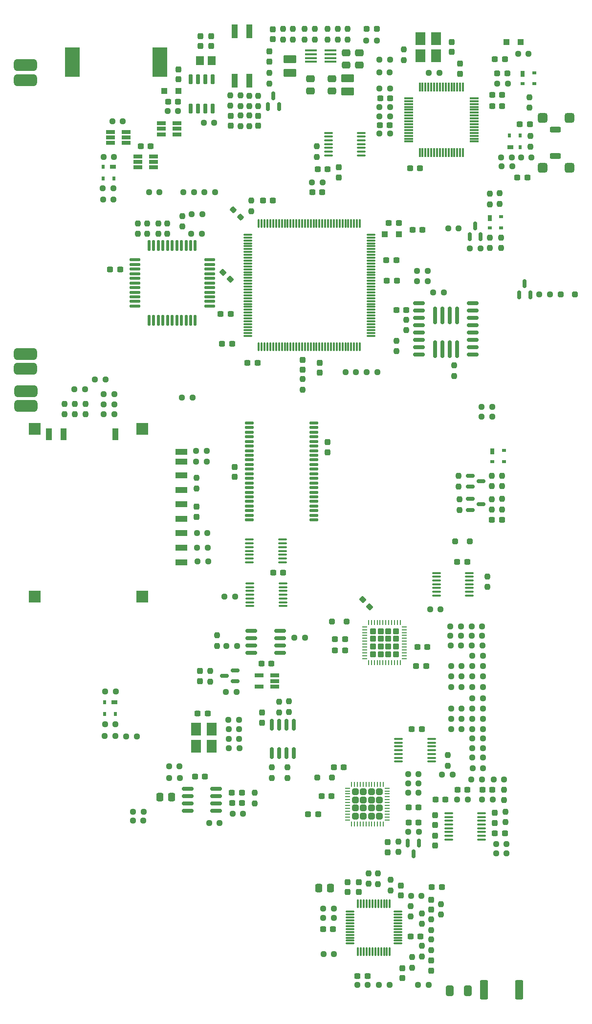
<source format=gbr>
%TF.GenerationSoftware,KiCad,Pcbnew,7.0.10-1.fc38*%
%TF.CreationDate,2024-01-13T22:19:30+01:00*%
%TF.ProjectId,x65-sbc-revA1,7836352d-7362-4632-9d72-657641312e6b,revA1*%
%TF.SameCoordinates,Original*%
%TF.FileFunction,Paste,Top*%
%TF.FilePolarity,Positive*%
%FSLAX46Y46*%
G04 Gerber Fmt 4.6, Leading zero omitted, Abs format (unit mm)*
G04 Created by KiCad (PCBNEW 7.0.10-1.fc38) date 2024-01-13 22:19:30*
%MOMM*%
%LPD*%
G01*
G04 APERTURE LIST*
G04 Aperture macros list*
%AMRoundRect*
0 Rectangle with rounded corners*
0 $1 Rounding radius*
0 $2 $3 $4 $5 $6 $7 $8 $9 X,Y pos of 4 corners*
0 Add a 4 corners polygon primitive as box body*
4,1,4,$2,$3,$4,$5,$6,$7,$8,$9,$2,$3,0*
0 Add four circle primitives for the rounded corners*
1,1,$1+$1,$2,$3*
1,1,$1+$1,$4,$5*
1,1,$1+$1,$6,$7*
1,1,$1+$1,$8,$9*
0 Add four rect primitives between the rounded corners*
20,1,$1+$1,$2,$3,$4,$5,0*
20,1,$1+$1,$4,$5,$6,$7,0*
20,1,$1+$1,$6,$7,$8,$9,0*
20,1,$1+$1,$8,$9,$2,$3,0*%
G04 Aperture macros list end*
%ADD10RoundRect,0.250000X-0.700000X0.250000X-0.700000X-0.250000X0.700000X-0.250000X0.700000X0.250000X0*%
%ADD11RoundRect,0.425000X-0.425000X0.425000X-0.425000X-0.425000X0.425000X-0.425000X0.425000X0.425000X0*%
%ADD12RoundRect,0.237500X-0.237500X0.250000X-0.237500X-0.250000X0.237500X-0.250000X0.237500X0.250000X0*%
%ADD13R,1.560000X0.650000*%
%ADD14RoundRect,0.237500X-0.300000X-0.237500X0.300000X-0.237500X0.300000X0.237500X-0.300000X0.237500X0*%
%ADD15RoundRect,0.237500X-0.250000X-0.237500X0.250000X-0.237500X0.250000X0.237500X-0.250000X0.237500X0*%
%ADD16RoundRect,0.237500X0.250000X0.237500X-0.250000X0.237500X-0.250000X-0.237500X0.250000X-0.237500X0*%
%ADD17RoundRect,0.237500X-0.237500X0.300000X-0.237500X-0.300000X0.237500X-0.300000X0.237500X0.300000X0*%
%ADD18RoundRect,0.150000X-0.587500X-0.150000X0.587500X-0.150000X0.587500X0.150000X-0.587500X0.150000X0*%
%ADD19RoundRect,0.237500X0.300000X0.237500X-0.300000X0.237500X-0.300000X-0.237500X0.300000X-0.237500X0*%
%ADD20RoundRect,0.150000X-0.150000X0.587500X-0.150000X-0.587500X0.150000X-0.587500X0.150000X0.587500X0*%
%ADD21RoundRect,0.237500X0.237500X-0.250000X0.237500X0.250000X-0.237500X0.250000X-0.237500X-0.250000X0*%
%ADD22RoundRect,0.150000X-0.150000X0.725000X-0.150000X-0.725000X0.150000X-0.725000X0.150000X0.725000X0*%
%ADD23RoundRect,0.100000X-0.637500X-0.100000X0.637500X-0.100000X0.637500X0.100000X-0.637500X0.100000X0*%
%ADD24RoundRect,0.237500X0.287500X0.237500X-0.287500X0.237500X-0.287500X-0.237500X0.287500X-0.237500X0*%
%ADD25RoundRect,0.237500X0.237500X-0.300000X0.237500X0.300000X-0.237500X0.300000X-0.237500X-0.300000X0*%
%ADD26RoundRect,0.249999X-0.450001X-1.425001X0.450001X-1.425001X0.450001X1.425001X-0.450001X1.425001X0*%
%ADD27RoundRect,0.237500X0.344715X-0.008839X-0.008839X0.344715X-0.344715X0.008839X0.008839X-0.344715X0*%
%ADD28RoundRect,0.250000X0.250000X0.250000X-0.250000X0.250000X-0.250000X-0.250000X0.250000X-0.250000X0*%
%ADD29R,1.760000X2.250000*%
%ADD30RoundRect,0.250001X-0.849999X0.462499X-0.849999X-0.462499X0.849999X-0.462499X0.849999X0.462499X0*%
%ADD31RoundRect,0.237500X0.237500X-0.287500X0.237500X0.287500X-0.237500X0.287500X-0.237500X-0.287500X0*%
%ADD32RoundRect,0.250000X-0.337500X-0.475000X0.337500X-0.475000X0.337500X0.475000X-0.337500X0.475000X0*%
%ADD33RoundRect,0.137500X-0.800000X-0.137500X0.800000X-0.137500X0.800000X0.137500X-0.800000X0.137500X0*%
%ADD34RoundRect,0.137500X-0.137500X-0.800000X0.137500X-0.800000X0.137500X0.800000X-0.137500X0.800000X0*%
%ADD35R,1.000000X1.000000*%
%ADD36RoundRect,0.150000X0.150000X-1.350000X0.150000X1.350000X-0.150000X1.350000X-0.150000X-1.350000X0*%
%ADD37RoundRect,0.500000X-1.500000X0.500000X-1.500000X-0.500000X1.500000X-0.500000X1.500000X0.500000X0*%
%ADD38RoundRect,0.250000X0.285000X0.285000X-0.285000X0.285000X-0.285000X-0.285000X0.285000X-0.285000X0*%
%ADD39RoundRect,0.062500X0.337500X0.062500X-0.337500X0.062500X-0.337500X-0.062500X0.337500X-0.062500X0*%
%ADD40RoundRect,0.062500X0.062500X0.337500X-0.062500X0.337500X-0.062500X-0.337500X0.062500X-0.337500X0*%
%ADD41RoundRect,0.250000X0.412500X0.650000X-0.412500X0.650000X-0.412500X-0.650000X0.412500X-0.650000X0*%
%ADD42RoundRect,0.250000X-0.475000X0.337500X-0.475000X-0.337500X0.475000X-0.337500X0.475000X0.337500X0*%
%ADD43RoundRect,0.150000X0.150000X-0.587500X0.150000X0.587500X-0.150000X0.587500X-0.150000X-0.587500X0*%
%ADD44RoundRect,0.137500X-0.625000X-0.137500X0.625000X-0.137500X0.625000X0.137500X-0.625000X0.137500X0*%
%ADD45R,1.000000X0.700000*%
%ADD46R,0.600000X0.700000*%
%ADD47RoundRect,0.237500X-0.380070X0.044194X0.044194X-0.380070X0.380070X-0.044194X-0.044194X0.380070X0*%
%ADD48RoundRect,0.150000X-0.875000X-0.150000X0.875000X-0.150000X0.875000X0.150000X-0.875000X0.150000X0*%
%ADD49RoundRect,0.150000X0.150000X-0.825000X0.150000X0.825000X-0.150000X0.825000X-0.150000X-0.825000X0*%
%ADD50RoundRect,0.075000X-0.700000X-0.075000X0.700000X-0.075000X0.700000X0.075000X-0.700000X0.075000X0*%
%ADD51RoundRect,0.075000X-0.075000X-0.700000X0.075000X-0.700000X0.075000X0.700000X-0.075000X0.700000X0*%
%ADD52RoundRect,0.250000X0.475000X-0.337500X0.475000X0.337500X-0.475000X0.337500X-0.475000X-0.337500X0*%
%ADD53R,2.500000X5.100000*%
%ADD54RoundRect,0.075000X0.662500X0.075000X-0.662500X0.075000X-0.662500X-0.075000X0.662500X-0.075000X0*%
%ADD55RoundRect,0.075000X0.075000X0.662500X-0.075000X0.662500X-0.075000X-0.662500X0.075000X-0.662500X0*%
%ADD56RoundRect,0.150000X0.825000X0.150000X-0.825000X0.150000X-0.825000X-0.150000X0.825000X-0.150000X0*%
%ADD57R,0.700000X1.000000*%
%ADD58R,0.700000X0.600000*%
%ADD59RoundRect,0.075000X-0.662500X-0.075000X0.662500X-0.075000X0.662500X0.075000X-0.662500X0.075000X0*%
%ADD60RoundRect,0.075000X-0.075000X-0.662500X0.075000X-0.662500X0.075000X0.662500X-0.075000X0.662500X0*%
%ADD61RoundRect,0.100000X0.637500X0.100000X-0.637500X0.100000X-0.637500X-0.100000X0.637500X-0.100000X0*%
%ADD62RoundRect,0.237500X0.380070X-0.044194X-0.044194X0.380070X-0.380070X0.044194X0.044194X-0.380070X0*%
%ADD63RoundRect,0.237500X-0.237500X0.287500X-0.237500X-0.287500X0.237500X-0.287500X0.237500X0.287500X0*%
%ADD64RoundRect,0.250000X-0.250000X-0.250000X0.250000X-0.250000X0.250000X0.250000X-0.250000X0.250000X0*%
%ADD65R,2.000000X1.100000*%
%ADD66R,1.000000X2.000000*%
%ADD67R,2.000000X2.000000*%
%ADD68R,2.000000X0.400000*%
%ADD69RoundRect,0.250000X0.315000X0.315000X-0.315000X0.315000X-0.315000X-0.315000X0.315000X-0.315000X0*%
%ADD70RoundRect,0.062500X0.375000X0.062500X-0.375000X0.062500X-0.375000X-0.062500X0.375000X-0.062500X0*%
%ADD71RoundRect,0.062500X0.062500X0.375000X-0.062500X0.375000X-0.062500X-0.375000X0.062500X-0.375000X0*%
%ADD72RoundRect,0.150000X0.587500X0.150000X-0.587500X0.150000X-0.587500X-0.150000X0.587500X-0.150000X0*%
%ADD73R,1.120000X2.440000*%
%ADD74R,1.400000X1.500000*%
%ADD75RoundRect,0.250001X0.849999X-0.462499X0.849999X0.462499X-0.849999X0.462499X-0.849999X-0.462499X0*%
G04 APERTURE END LIST*
D10*
%TO.C,SW301*%
X134778800Y-53680400D03*
X134778800Y-58280400D03*
D11*
X137178800Y-51630400D03*
X132578800Y-51630400D03*
X137178800Y-60280400D03*
X132578800Y-60280400D03*
%TD*%
D12*
%TO.C,R517*%
X93387000Y-56590000D03*
X93387000Y-58415000D03*
%TD*%
D13*
%TO.C,U1203*%
X69200000Y-54500000D03*
X69200000Y-53550000D03*
X69200000Y-52600000D03*
X66500000Y-52600000D03*
X66500000Y-53550000D03*
X66500000Y-54500000D03*
%TD*%
D14*
%TO.C,C1215*%
X113335900Y-184861200D03*
X115060900Y-184861200D03*
%TD*%
D15*
%TO.C,R401*%
X56533500Y-99516000D03*
X58358500Y-99516000D03*
%TD*%
D13*
%TO.C,U501*%
X86135200Y-150098800D03*
X86135200Y-149148800D03*
X86135200Y-148198800D03*
X83435200Y-148198800D03*
X83435200Y-150098800D03*
%TD*%
D16*
%TO.C,R1111*%
X126286900Y-179019200D03*
X124461900Y-179019200D03*
%TD*%
%TO.C,R305*%
X115436500Y-81918591D03*
X113611500Y-81918591D03*
%TD*%
D17*
%TO.C,C1007*%
X83921600Y-154635200D03*
X83921600Y-156360200D03*
%TD*%
D18*
%TO.C,Q601*%
X119966500Y-113604000D03*
X119966500Y-115504000D03*
X121841500Y-114554000D03*
%TD*%
D19*
%TO.C,C601*%
X129885700Y-61974800D03*
X128160700Y-61974800D03*
%TD*%
D12*
%TO.C,R1001*%
X116078000Y-162003100D03*
X116078000Y-163828100D03*
%TD*%
D15*
%TO.C,R1206*%
X109721100Y-186333200D03*
X111546100Y-186333200D03*
%TD*%
D20*
%TO.C,Q1001*%
X111099600Y-177190400D03*
X109199600Y-177190400D03*
X110149600Y-179065400D03*
%TD*%
D14*
%TO.C,C502*%
X123787500Y-47680000D03*
X125512500Y-47680000D03*
%TD*%
D16*
%TO.C,R911*%
X91387300Y-141630400D03*
X89562300Y-141630400D03*
%TD*%
D12*
%TO.C,R417*%
X81737200Y-47804700D03*
X81737200Y-49629700D03*
%TD*%
D13*
%TO.C,U403*%
X65104000Y-60233600D03*
X65104000Y-59283600D03*
X65104000Y-58333600D03*
X62404000Y-58333600D03*
X62404000Y-59283600D03*
X62404000Y-60233600D03*
%TD*%
D15*
%TO.C,R214*%
X64365500Y-64516000D03*
X66190500Y-64516000D03*
%TD*%
D21*
%TO.C,R1009*%
X85674200Y-165910900D03*
X85674200Y-164085900D03*
%TD*%
D16*
%TO.C,R707*%
X103833300Y-38252400D03*
X102008300Y-38252400D03*
%TD*%
%TO.C,R618*%
X112611000Y-78180000D03*
X110786000Y-78180000D03*
%TD*%
D15*
%TO.C,R912*%
X77776700Y-143052800D03*
X79601700Y-143052800D03*
%TD*%
D12*
%TO.C,R609*%
X117983000Y-113641500D03*
X117983000Y-115466500D03*
%TD*%
D15*
%TO.C,R909*%
X56533500Y-102945000D03*
X58358500Y-102945000D03*
%TD*%
D16*
%TO.C,R1201*%
X106017700Y-201726800D03*
X104192700Y-201726800D03*
%TD*%
D22*
%TO.C,U402*%
X75405000Y-44925000D03*
X74135000Y-44925000D03*
X72865000Y-44925000D03*
X71595000Y-44925000D03*
X71595000Y-50075000D03*
X72865000Y-50075000D03*
X74135000Y-50075000D03*
X75405000Y-50075000D03*
%TD*%
D12*
%TO.C,R1213*%
X111598800Y-189383100D03*
X111598800Y-191208100D03*
%TD*%
D19*
%TO.C,C1101*%
X80429501Y-168478200D03*
X78704501Y-168478200D03*
%TD*%
D23*
%TO.C,U901*%
X81752600Y-124674800D03*
X81752600Y-125324800D03*
X81752600Y-125974800D03*
X81752600Y-126624800D03*
X81752600Y-127274800D03*
X81752600Y-127924800D03*
X81752600Y-128574800D03*
X87477600Y-128574800D03*
X87477600Y-127924800D03*
X87477600Y-127274800D03*
X87477600Y-126624800D03*
X87477600Y-125974800D03*
X87477600Y-125324800D03*
X87477600Y-124674800D03*
%TD*%
D17*
%TO.C,C307*%
X91000000Y-93537500D03*
X91000000Y-95262500D03*
%TD*%
D16*
%TO.C,R503*%
X106068500Y-43738800D03*
X104243500Y-43738800D03*
%TD*%
D15*
%TO.C,R803*%
X77675100Y-151079200D03*
X79500100Y-151079200D03*
%TD*%
D16*
%TO.C,R1216*%
X112774100Y-201777600D03*
X110949100Y-201777600D03*
%TD*%
D23*
%TO.C,U903*%
X81821100Y-132263600D03*
X81821100Y-132913600D03*
X81821100Y-133563600D03*
X81821100Y-134213600D03*
X81821100Y-134863600D03*
X81821100Y-135513600D03*
X81821100Y-136163600D03*
X87546100Y-136163600D03*
X87546100Y-135513600D03*
X87546100Y-134863600D03*
X87546100Y-134213600D03*
X87546100Y-133563600D03*
X87546100Y-132913600D03*
X87546100Y-132263600D03*
%TD*%
%TO.C,U1101*%
X116271550Y-172043400D03*
X116271550Y-172693400D03*
X116271550Y-173343400D03*
X116271550Y-173993400D03*
X116271550Y-174643400D03*
X116271550Y-175293400D03*
X116271550Y-175943400D03*
X116271550Y-176593400D03*
X121996550Y-176593400D03*
X121996550Y-175943400D03*
X121996550Y-175293400D03*
X121996550Y-174643400D03*
X121996550Y-173993400D03*
X121996550Y-173343400D03*
X121996550Y-172693400D03*
X121996550Y-172043400D03*
%TD*%
D15*
%TO.C,R207*%
X70309100Y-64516000D03*
X72134100Y-64516000D03*
%TD*%
D24*
%TO.C,D502*%
X126443800Y-43940800D03*
X124693800Y-43940800D03*
%TD*%
D16*
%TO.C,R816*%
X118514500Y-153924000D03*
X116689500Y-153924000D03*
%TD*%
%TO.C,R1013*%
X122224800Y-164287200D03*
X120399800Y-164287200D03*
%TD*%
%TO.C,R906*%
X74360500Y-109295000D03*
X72535500Y-109295000D03*
%TD*%
D19*
%TO.C,C1217*%
X69392800Y-48818800D03*
X67667800Y-48818800D03*
%TD*%
%TO.C,C309*%
X108924000Y-84918591D03*
X107199000Y-84918591D03*
%TD*%
D16*
%TO.C,R810*%
X118411000Y-143002000D03*
X116586000Y-143002000D03*
%TD*%
D19*
%TO.C,C803*%
X98313500Y-141934000D03*
X96588500Y-141934000D03*
%TD*%
D16*
%TO.C,R811*%
X122197500Y-144780000D03*
X120372500Y-144780000D03*
%TD*%
D25*
%TO.C,C201*%
X95250000Y-109523700D03*
X95250000Y-107798700D03*
%TD*%
D26*
%TO.C,R1215*%
X122341000Y-202640000D03*
X128441000Y-202640000D03*
%TD*%
D19*
%TO.C,C1205*%
X111394500Y-193394400D03*
X109669500Y-193394400D03*
%TD*%
D16*
%TO.C,R508*%
X114662500Y-43900000D03*
X112837500Y-43900000D03*
%TD*%
D25*
%TO.C,C1209*%
X107992000Y-186281300D03*
X107992000Y-184556300D03*
%TD*%
D27*
%TO.C,R210*%
X80195235Y-68875235D03*
X78904765Y-67584765D03*
%TD*%
D12*
%TO.C,R1214*%
X113224400Y-190449900D03*
X113224400Y-192274900D03*
%TD*%
D13*
%TO.C,U401*%
X57679600Y-54066400D03*
X57679600Y-55016400D03*
X57679600Y-55966400D03*
X60379600Y-55966400D03*
X60379600Y-55016400D03*
X60379600Y-54066400D03*
%TD*%
D14*
%TO.C,C905*%
X83821100Y-146151600D03*
X85546100Y-146151600D03*
%TD*%
D16*
%TO.C,R828*%
X122197500Y-157480000D03*
X120372500Y-157480000D03*
%TD*%
D28*
%TO.C,D1002*%
X96011505Y-165860800D03*
X93511505Y-165860800D03*
%TD*%
D12*
%TO.C,R604*%
X125374400Y-72380300D03*
X125374400Y-74205300D03*
%TD*%
D16*
%TO.C,R415*%
X56843300Y-96926400D03*
X55018300Y-96926400D03*
%TD*%
D12*
%TO.C,R606*%
X123723400Y-117654700D03*
X123723400Y-119479700D03*
%TD*%
D29*
%TO.C,X301*%
X114100000Y-37912500D03*
X111400000Y-37912500D03*
X111400000Y-40862500D03*
X114100000Y-40862500D03*
%TD*%
D17*
%TO.C,C303*%
X97200000Y-60217500D03*
X97200000Y-61942500D03*
%TD*%
D16*
%TO.C,R502*%
X130096900Y-40589200D03*
X128271900Y-40589200D03*
%TD*%
D19*
%TO.C,C902*%
X119480500Y-128524000D03*
X117755500Y-128524000D03*
%TD*%
D12*
%TO.C,R910*%
X49699000Y-101143500D03*
X49699000Y-102968500D03*
%TD*%
D15*
%TO.C,R1003*%
X109221900Y-166878000D03*
X111046900Y-166878000D03*
%TD*%
D14*
%TO.C,C314*%
X105887500Y-69830000D03*
X107612500Y-69830000D03*
%TD*%
D12*
%TO.C,R307*%
X85242400Y-43867700D03*
X85242400Y-45692700D03*
%TD*%
%TO.C,R304*%
X117224000Y-94506091D03*
X117224000Y-96331091D03*
%TD*%
D21*
%TO.C,R1209*%
X104029600Y-184299300D03*
X104029600Y-182474300D03*
%TD*%
D15*
%TO.C,R412*%
X60403100Y-158750000D03*
X62228100Y-158750000D03*
%TD*%
D16*
%TO.C,R1104*%
X126286900Y-177393600D03*
X124461900Y-177393600D03*
%TD*%
D30*
%TO.C,L702*%
X88793600Y-41515900D03*
X88793600Y-43840900D03*
%TD*%
D31*
%TO.C,D1001*%
X105664000Y-178827400D03*
X105664000Y-177077400D03*
%TD*%
D19*
%TO.C,C1109*%
X74028700Y-165735000D03*
X72303700Y-165735000D03*
%TD*%
D17*
%TO.C,C202*%
X79163000Y-112089000D03*
X79163000Y-113814000D03*
%TD*%
D16*
%TO.C,R813*%
X118514500Y-148336000D03*
X116689500Y-148336000D03*
%TD*%
D15*
%TO.C,R611*%
X119942600Y-74269600D03*
X121767600Y-74269600D03*
%TD*%
D32*
%TO.C,C1202*%
X93733800Y-184962800D03*
X95808800Y-184962800D03*
%TD*%
D12*
%TO.C,R420*%
X78460600Y-47728500D03*
X78460600Y-49553500D03*
%TD*%
D16*
%TO.C,R802*%
X114856900Y-136753600D03*
X113031900Y-136753600D03*
%TD*%
D33*
%TO.C,U201*%
X61892500Y-76240000D03*
X61892500Y-77040000D03*
X61892500Y-77840000D03*
X61892500Y-78640000D03*
X61892500Y-79440000D03*
X61892500Y-80240000D03*
X61892500Y-81040000D03*
X61892500Y-81840000D03*
X61892500Y-82640000D03*
X61892500Y-83440000D03*
X61892500Y-84240000D03*
D34*
X64380000Y-86727500D03*
X65180000Y-86727500D03*
X65980000Y-86727500D03*
X66780000Y-86727500D03*
X67580000Y-86727500D03*
X68380000Y-86727500D03*
X69180000Y-86727500D03*
X69980000Y-86727500D03*
X70780000Y-86727500D03*
X71580000Y-86727500D03*
X72380000Y-86727500D03*
D33*
X74867500Y-84240000D03*
X74867500Y-83440000D03*
X74867500Y-82640000D03*
X74867500Y-81840000D03*
X74867500Y-81040000D03*
X74867500Y-80240000D03*
X74867500Y-79440000D03*
X74867500Y-78640000D03*
X74867500Y-77840000D03*
X74867500Y-77040000D03*
X74867500Y-76240000D03*
D34*
X72380000Y-73752500D03*
X71580000Y-73752500D03*
X70780000Y-73752500D03*
X69980000Y-73752500D03*
X69180000Y-73752500D03*
X68380000Y-73752500D03*
X67580000Y-73752500D03*
X66780000Y-73752500D03*
X65980000Y-73752500D03*
X65180000Y-73752500D03*
X64380000Y-73752500D03*
%TD*%
D12*
%TO.C,R501*%
X130293200Y-48062500D03*
X130293200Y-49887500D03*
%TD*%
D16*
%TO.C,R1014*%
X63449200Y-171754800D03*
X61624200Y-171754800D03*
%TD*%
D21*
%TO.C,R703*%
X98793600Y-38090900D03*
X98793600Y-36265900D03*
%TD*%
D16*
%TO.C,R812*%
X118514500Y-146558000D03*
X116689500Y-146558000D03*
%TD*%
D19*
%TO.C,C509*%
X111301700Y-60350400D03*
X109576700Y-60350400D03*
%TD*%
D12*
%TO.C,R608*%
X123374400Y-72380300D03*
X123374400Y-74205300D03*
%TD*%
D17*
%TO.C,C302*%
X93900000Y-94037500D03*
X93900000Y-95762500D03*
%TD*%
D35*
%TO.C,D301*%
X105150000Y-71800000D03*
X107650000Y-71800000D03*
%TD*%
D19*
%TO.C,C901*%
X87578100Y-130403600D03*
X85853100Y-130403600D03*
%TD*%
D12*
%TO.C,R302*%
X107230000Y-90221500D03*
X107230000Y-92046500D03*
%TD*%
D14*
%TO.C,C1111*%
X124265950Y-175512200D03*
X125990950Y-175512200D03*
%TD*%
D21*
%TO.C,R1109*%
X126068250Y-173605300D03*
X126068250Y-171780300D03*
%TD*%
%TO.C,R607*%
X123374400Y-66617800D03*
X123374400Y-64792800D03*
%TD*%
D15*
%TO.C,R306*%
X102087500Y-95700000D03*
X103912500Y-95700000D03*
%TD*%
D16*
%TO.C,R824*%
X122197500Y-148336000D03*
X120372500Y-148336000D03*
%TD*%
D14*
%TO.C,C317*%
X128575900Y-52730400D03*
X130300900Y-52730400D03*
%TD*%
D15*
%TO.C,R505*%
X104287500Y-54400000D03*
X106112500Y-54400000D03*
%TD*%
D19*
%TO.C,C503*%
X106062500Y-52900000D03*
X104337500Y-52900000D03*
%TD*%
D16*
%TO.C,R830*%
X122197500Y-162433000D03*
X120372500Y-162433000D03*
%TD*%
%TO.C,R407*%
X58621300Y-150926800D03*
X56796300Y-150926800D03*
%TD*%
D19*
%TO.C,C1204*%
X96256100Y-192124400D03*
X94531100Y-192124400D03*
%TD*%
D36*
%TO.C,U302*%
X113893600Y-91689591D03*
X115163600Y-91689591D03*
X116433600Y-91689591D03*
X117729000Y-91689591D03*
X117729000Y-85847591D03*
X116459000Y-85847591D03*
X115189000Y-85847591D03*
X113919000Y-85847591D03*
%TD*%
D37*
%TO.C,D402*%
X43000000Y-42505600D03*
X43000000Y-45105600D03*
%TD*%
D14*
%TO.C,C305*%
X105463000Y-76327000D03*
X107188000Y-76327000D03*
%TD*%
D15*
%TO.C,R617*%
X121972700Y-101701600D03*
X123797700Y-101701600D03*
%TD*%
D12*
%TO.C,R421*%
X81737200Y-53058700D03*
X81737200Y-51233700D03*
%TD*%
D19*
%TO.C,C311*%
X78500000Y-85580000D03*
X76775000Y-85580000D03*
%TD*%
D16*
%TO.C,R406*%
X58164100Y-63804800D03*
X56339100Y-63804800D03*
%TD*%
D25*
%TO.C,C315*%
X116750000Y-40250000D03*
X116750000Y-38525000D03*
%TD*%
D16*
%TO.C,R1015*%
X63398400Y-173278800D03*
X61573400Y-173278800D03*
%TD*%
D19*
%TO.C,C504*%
X106112500Y-48250000D03*
X104387500Y-48250000D03*
%TD*%
D15*
%TO.C,R504*%
X104287500Y-49800000D03*
X106112500Y-49800000D03*
%TD*%
D16*
%TO.C,R1208*%
X96356900Y-188568400D03*
X94531900Y-188568400D03*
%TD*%
D17*
%TO.C,C1108*%
X113952450Y-175919700D03*
X113952450Y-177644700D03*
%TD*%
D21*
%TO.C,R1210*%
X102404000Y-184248500D03*
X102404000Y-182423500D03*
%TD*%
D38*
%TO.C,U801*%
X107111000Y-144499000D03*
X107111000Y-143179000D03*
X107111000Y-141859000D03*
X107111000Y-140539000D03*
X105791000Y-144499000D03*
X105791000Y-143179000D03*
X105791000Y-141859000D03*
X105791000Y-140539000D03*
X104471000Y-144499000D03*
X104471000Y-143179000D03*
X104471000Y-141859000D03*
X104471000Y-140539000D03*
X103151000Y-144499000D03*
X103151000Y-143179000D03*
X103151000Y-141859000D03*
X103151000Y-140539000D03*
D39*
X108581000Y-145269000D03*
X108581000Y-144769000D03*
X108581000Y-144269000D03*
X108581000Y-143769000D03*
X108581000Y-143269000D03*
X108581000Y-142769000D03*
X108581000Y-142269000D03*
X108581000Y-141769000D03*
X108581000Y-141269000D03*
X108581000Y-140769000D03*
X108581000Y-140269000D03*
X108581000Y-139769000D03*
D40*
X107881000Y-139069000D03*
X107381000Y-139069000D03*
X106881000Y-139069000D03*
X106381000Y-139069000D03*
X105881000Y-139069000D03*
X105381000Y-139069000D03*
X104881000Y-139069000D03*
X104381000Y-139069000D03*
X103881000Y-139069000D03*
X103381000Y-139069000D03*
X102881000Y-139069000D03*
X102381000Y-139069000D03*
D39*
X101681000Y-139769000D03*
X101681000Y-140269000D03*
X101681000Y-140769000D03*
X101681000Y-141269000D03*
X101681000Y-141769000D03*
X101681000Y-142269000D03*
X101681000Y-142769000D03*
X101681000Y-143269000D03*
X101681000Y-143769000D03*
X101681000Y-144269000D03*
X101681000Y-144769000D03*
X101681000Y-145269000D03*
D40*
X102381000Y-145969000D03*
X102881000Y-145969000D03*
X103381000Y-145969000D03*
X103881000Y-145969000D03*
X104381000Y-145969000D03*
X104881000Y-145969000D03*
X105381000Y-145969000D03*
X105881000Y-145969000D03*
X106381000Y-145969000D03*
X106881000Y-145969000D03*
X107381000Y-145969000D03*
X107881000Y-145969000D03*
%TD*%
D21*
%TO.C,R706*%
X89293600Y-38090900D03*
X89293600Y-36265900D03*
%TD*%
D35*
%TO.C,D401*%
X69500000Y-47000000D03*
X67000000Y-47000000D03*
%TD*%
D21*
%TO.C,R414*%
X51477000Y-102968500D03*
X51477000Y-101143500D03*
%TD*%
D16*
%TO.C,R829*%
X122197500Y-160782000D03*
X120372500Y-160782000D03*
%TD*%
D21*
%TO.C,R1212*%
X111649600Y-196846900D03*
X111649600Y-195021900D03*
%TD*%
D41*
%TO.C,C1216*%
X119587500Y-202767000D03*
X116462500Y-202767000D03*
%TD*%
D16*
%TO.C,R402*%
X58335000Y-101294000D03*
X56510000Y-101294000D03*
%TD*%
D14*
%TO.C,C1003*%
X109322700Y-173685200D03*
X111047700Y-173685200D03*
%TD*%
D21*
%TO.C,R1110*%
X125814250Y-169769900D03*
X125814250Y-167944900D03*
%TD*%
D16*
%TO.C,R820*%
X122070500Y-139700000D03*
X120245500Y-139700000D03*
%TD*%
D23*
%TO.C,U902*%
X114129900Y-130434800D03*
X114129900Y-131084800D03*
X114129900Y-131734800D03*
X114129900Y-132384800D03*
X114129900Y-133034800D03*
X114129900Y-133684800D03*
X114129900Y-134334800D03*
X119854900Y-134334800D03*
X119854900Y-133684800D03*
X119854900Y-133034800D03*
X119854900Y-132384800D03*
X119854900Y-131734800D03*
X119854900Y-131084800D03*
X119854900Y-130434800D03*
%TD*%
D42*
%TO.C,C703*%
X92293600Y-46965900D03*
X92293600Y-44890900D03*
%TD*%
D12*
%TO.C,R804*%
X74980800Y-147423500D03*
X74980800Y-149248500D03*
%TD*%
D14*
%TO.C,C507*%
X124275000Y-41500000D03*
X126000000Y-41500000D03*
%TD*%
D43*
%TO.C,Q603*%
X119905100Y-72207100D03*
X121805100Y-72207100D03*
X120855100Y-70332100D03*
%TD*%
D14*
%TO.C,C802*%
X110643500Y-146558000D03*
X112368500Y-146558000D03*
%TD*%
%TO.C,C404*%
X62942300Y-56591200D03*
X64667300Y-56591200D03*
%TD*%
D44*
%TO.C,U202*%
X81704000Y-104470000D03*
X81704000Y-105270000D03*
X81704000Y-106070000D03*
X81704000Y-106870000D03*
X81704000Y-107670000D03*
X81704000Y-108470000D03*
X81704000Y-109270000D03*
X81704000Y-110070000D03*
X81704000Y-110870000D03*
X81704000Y-111670000D03*
X81704000Y-112470000D03*
X81704000Y-113270000D03*
X81704000Y-114070000D03*
X81704000Y-114870000D03*
X81704000Y-115670000D03*
X81704000Y-116470000D03*
X81704000Y-117270000D03*
X81704000Y-118070000D03*
X81704000Y-118870000D03*
X81704000Y-119670000D03*
X81704000Y-120470000D03*
X81704000Y-121270000D03*
X92879000Y-121270000D03*
X92879000Y-120470000D03*
X92879000Y-119670000D03*
X92879000Y-118870000D03*
X92879000Y-118070000D03*
X92879000Y-117270000D03*
X92879000Y-116470000D03*
X92879000Y-115670000D03*
X92879000Y-114870000D03*
X92879000Y-114070000D03*
X92879000Y-113270000D03*
X92879000Y-112470000D03*
X92879000Y-111670000D03*
X92879000Y-110870000D03*
X92879000Y-110070000D03*
X92879000Y-109270000D03*
X92879000Y-108470000D03*
X92879000Y-107670000D03*
X92879000Y-106870000D03*
X92879000Y-106070000D03*
X92879000Y-105270000D03*
X92879000Y-104470000D03*
%TD*%
D12*
%TO.C,R610*%
X118110000Y-117705500D03*
X118110000Y-119530500D03*
%TD*%
D17*
%TO.C,C1214*%
X113275200Y-186994700D03*
X113275200Y-188719700D03*
%TD*%
D45*
%TO.C,D303*%
X126961200Y-56727600D03*
D46*
X128661200Y-56727600D03*
X128661200Y-54727600D03*
X126761200Y-54727600D03*
%TD*%
D21*
%TO.C,R212*%
X67491000Y-71754500D03*
X67491000Y-69929500D03*
%TD*%
D16*
%TO.C,R416*%
X53287300Y-98653600D03*
X51462300Y-98653600D03*
%TD*%
D12*
%TO.C,R602*%
X125501400Y-117631200D03*
X125501400Y-119456200D03*
%TD*%
D15*
%TO.C,R1002*%
X109223800Y-165303200D03*
X111048800Y-165303200D03*
%TD*%
D47*
%TO.C,C204*%
X77190120Y-78390120D03*
X78409880Y-79609880D03*
%TD*%
D25*
%TO.C,C1210*%
X98797200Y-185697100D03*
X98797200Y-183972100D03*
%TD*%
%TO.C,C402*%
X73250000Y-39225000D03*
X73250000Y-37500000D03*
%TD*%
D48*
%TO.C,U303*%
X111124000Y-83778591D03*
X111124000Y-85048591D03*
X111124000Y-86318591D03*
X111124000Y-87588591D03*
X111124000Y-88858591D03*
X111124000Y-90128591D03*
X111124000Y-91398591D03*
X111124000Y-92668591D03*
X120424000Y-92668591D03*
X120424000Y-91398591D03*
X120424000Y-90128591D03*
X120424000Y-88858591D03*
X120424000Y-87588591D03*
X120424000Y-86318591D03*
X120424000Y-85048591D03*
X120424000Y-83778591D03*
%TD*%
D16*
%TO.C,R823*%
X122197500Y-146558000D03*
X120372500Y-146558000D03*
%TD*%
%TO.C,R808*%
X118387500Y-139700000D03*
X116562500Y-139700000D03*
%TD*%
%TO.C,R301*%
X100212500Y-95700000D03*
X98387500Y-95700000D03*
%TD*%
D49*
%TO.C,U1003*%
X85674200Y-161656800D03*
X86944200Y-161656800D03*
X88214200Y-161656800D03*
X89484200Y-161656800D03*
X89484200Y-156706800D03*
X88214200Y-156706800D03*
X86944200Y-156706800D03*
X85674200Y-156706800D03*
%TD*%
D19*
%TO.C,C1106*%
X119513950Y-168019200D03*
X117788950Y-168019200D03*
%TD*%
D15*
%TO.C,R616*%
X121972700Y-103378000D03*
X123797700Y-103378000D03*
%TD*%
D25*
%TO.C,C1213*%
X113275200Y-199286100D03*
X113275200Y-197561100D03*
%TD*%
D14*
%TO.C,C508*%
X123775000Y-49600000D03*
X125500000Y-49600000D03*
%TD*%
D19*
%TO.C,C1004*%
X98087805Y-164082800D03*
X96362805Y-164082800D03*
%TD*%
D15*
%TO.C,R217*%
X125425000Y-60000000D03*
X127250000Y-60000000D03*
%TD*%
D12*
%TO.C,R202*%
X82042000Y-65991100D03*
X82042000Y-67816100D03*
%TD*%
D17*
%TO.C,C903*%
X72559000Y-118973500D03*
X72559000Y-120698500D03*
%TD*%
D50*
%TO.C,U504*%
X109325000Y-48250000D03*
X109325000Y-48750000D03*
X109325000Y-49250000D03*
X109325000Y-49750000D03*
X109325000Y-50250000D03*
X109325000Y-50750000D03*
X109325000Y-51250000D03*
X109325000Y-51750000D03*
X109325000Y-52250000D03*
X109325000Y-52750000D03*
X109325000Y-53250000D03*
X109325000Y-53750000D03*
X109325000Y-54250000D03*
X109325000Y-54750000D03*
X109325000Y-55250000D03*
X109325000Y-55750000D03*
D51*
X111250000Y-57675000D03*
X111750000Y-57675000D03*
X112250000Y-57675000D03*
X112750000Y-57675000D03*
X113250000Y-57675000D03*
X113750000Y-57675000D03*
X114250000Y-57675000D03*
X114750000Y-57675000D03*
X115250000Y-57675000D03*
X115750000Y-57675000D03*
X116250000Y-57675000D03*
X116750000Y-57675000D03*
X117250000Y-57675000D03*
X117750000Y-57675000D03*
X118250000Y-57675000D03*
X118750000Y-57675000D03*
D50*
X120675000Y-55750000D03*
X120675000Y-55250000D03*
X120675000Y-54750000D03*
X120675000Y-54250000D03*
X120675000Y-53750000D03*
X120675000Y-53250000D03*
X120675000Y-52750000D03*
X120675000Y-52250000D03*
X120675000Y-51750000D03*
X120675000Y-51250000D03*
X120675000Y-50750000D03*
X120675000Y-50250000D03*
X120675000Y-49750000D03*
X120675000Y-49250000D03*
X120675000Y-48750000D03*
X120675000Y-48250000D03*
D51*
X118750000Y-46325000D03*
X118250000Y-46325000D03*
X117750000Y-46325000D03*
X117250000Y-46325000D03*
X116750000Y-46325000D03*
X116250000Y-46325000D03*
X115750000Y-46325000D03*
X115250000Y-46325000D03*
X114750000Y-46325000D03*
X114250000Y-46325000D03*
X113750000Y-46325000D03*
X113250000Y-46325000D03*
X112750000Y-46325000D03*
X112250000Y-46325000D03*
X111750000Y-46325000D03*
X111250000Y-46325000D03*
%TD*%
D17*
%TO.C,C1103*%
X113952450Y-172390200D03*
X113952450Y-174115200D03*
%TD*%
D25*
%TO.C,C401*%
X69500000Y-44975000D03*
X69500000Y-43250000D03*
%TD*%
D15*
%TO.C,R520*%
X124687500Y-45760000D03*
X126512500Y-45760000D03*
%TD*%
D21*
%TO.C,R702*%
X95293600Y-38090900D03*
X95293600Y-36265900D03*
%TD*%
D16*
%TO.C,R903*%
X74487500Y-123519000D03*
X72662500Y-123519000D03*
%TD*%
D28*
%TO.C,D802*%
X98574000Y-138886000D03*
X96074000Y-138886000D03*
%TD*%
D19*
%TO.C,C1105*%
X115703950Y-169670200D03*
X113978950Y-169670200D03*
%TD*%
D12*
%TO.C,R204*%
X62399000Y-69901500D03*
X62399000Y-71726500D03*
%TD*%
D16*
%TO.C,R821*%
X122070500Y-141351000D03*
X120245500Y-141351000D03*
%TD*%
D15*
%TO.C,FB502*%
X104287500Y-46600000D03*
X106112500Y-46600000D03*
%TD*%
D19*
%TO.C,C1001*%
X111606500Y-157480000D03*
X109881500Y-157480000D03*
%TD*%
D16*
%TO.C,R1101*%
X80668500Y-172110400D03*
X78843500Y-172110400D03*
%TD*%
D18*
%TO.C,Q602*%
X120017300Y-117617200D03*
X120017300Y-119517200D03*
X121892300Y-118567200D03*
%TD*%
D52*
%TO.C,C704*%
X98543600Y-42465900D03*
X98543600Y-40390900D03*
%TD*%
D25*
%TO.C,C705*%
X85793600Y-38040900D03*
X85793600Y-36315900D03*
%TD*%
D16*
%TO.C,R907*%
X74614500Y-128472000D03*
X72789500Y-128472000D03*
%TD*%
D14*
%TO.C,C306*%
X84075100Y-65938400D03*
X85800100Y-65938400D03*
%TD*%
D16*
%TO.C,R410*%
X58519700Y-158699200D03*
X56694700Y-158699200D03*
%TD*%
%TO.C,R1106*%
X123881950Y-169670200D03*
X122056950Y-169670200D03*
%TD*%
D53*
%TO.C,BT401*%
X66250000Y-42000000D03*
X51050000Y-42000000D03*
%TD*%
D16*
%TO.C,R205*%
X75791700Y-64516000D03*
X73966700Y-64516000D03*
%TD*%
D54*
%TO.C,U1201*%
X107477800Y-194600400D03*
X107477800Y-194100400D03*
X107477800Y-193600400D03*
X107477800Y-193100400D03*
X107477800Y-192600400D03*
X107477800Y-192100400D03*
X107477800Y-191600400D03*
X107477800Y-191100400D03*
X107477800Y-190600400D03*
X107477800Y-190100400D03*
X107477800Y-189600400D03*
X107477800Y-189100400D03*
D55*
X106065300Y-187687900D03*
X105565300Y-187687900D03*
X105065300Y-187687900D03*
X104565300Y-187687900D03*
X104065300Y-187687900D03*
X103565300Y-187687900D03*
X103065300Y-187687900D03*
X102565300Y-187687900D03*
X102065300Y-187687900D03*
X101565300Y-187687900D03*
X101065300Y-187687900D03*
X100565300Y-187687900D03*
D54*
X99152800Y-189100400D03*
X99152800Y-189600400D03*
X99152800Y-190100400D03*
X99152800Y-190600400D03*
X99152800Y-191100400D03*
X99152800Y-191600400D03*
X99152800Y-192100400D03*
X99152800Y-192600400D03*
X99152800Y-193100400D03*
X99152800Y-193600400D03*
X99152800Y-194100400D03*
X99152800Y-194600400D03*
D55*
X100565300Y-196012900D03*
X101065300Y-196012900D03*
X101565300Y-196012900D03*
X102065300Y-196012900D03*
X102565300Y-196012900D03*
X103065300Y-196012900D03*
X103565300Y-196012900D03*
X104065300Y-196012900D03*
X104565300Y-196012900D03*
X105065300Y-196012900D03*
X105565300Y-196012900D03*
X106065300Y-196012900D03*
%TD*%
D25*
%TO.C,C510*%
X118211600Y-43991700D03*
X118211600Y-42266700D03*
%TD*%
D16*
%TO.C,R506*%
X106119300Y-41605200D03*
X104294300Y-41605200D03*
%TD*%
D15*
%TO.C,R805*%
X78120500Y-155853600D03*
X79945500Y-155853600D03*
%TD*%
D12*
%TO.C,R419*%
X83286600Y-47830100D03*
X83286600Y-49655100D03*
%TD*%
D16*
%TO.C,R822*%
X122117500Y-143002000D03*
X120292500Y-143002000D03*
%TD*%
%TO.C,R1006*%
X116941600Y-165354000D03*
X115116600Y-165354000D03*
%TD*%
%TO.C,R819*%
X122197500Y-159131000D03*
X120372500Y-159131000D03*
%TD*%
D19*
%TO.C,C602*%
X125474900Y-121208800D03*
X123749900Y-121208800D03*
%TD*%
D56*
%TO.C,U904*%
X87057000Y-144246600D03*
X87057000Y-142976600D03*
X87057000Y-141706600D03*
X87057000Y-140436600D03*
X82107000Y-140436600D03*
X82107000Y-141706600D03*
X82107000Y-142976600D03*
X82107000Y-144246600D03*
%TD*%
D15*
%TO.C,R1112*%
X67870700Y-165912800D03*
X69695700Y-165912800D03*
%TD*%
D35*
%TO.C,D501*%
X126258000Y-38557200D03*
X128758000Y-38557200D03*
%TD*%
D21*
%TO.C,FB1202*%
X106214000Y-185416900D03*
X106214000Y-183591900D03*
%TD*%
D16*
%TO.C,R1108*%
X76604500Y-173736000D03*
X74779500Y-173736000D03*
%TD*%
D23*
%TO.C,U1002*%
X107576700Y-159187600D03*
X107576700Y-159837600D03*
X107576700Y-160487600D03*
X107576700Y-161137600D03*
X107576700Y-161787600D03*
X107576700Y-162437600D03*
X107576700Y-163087600D03*
X113301700Y-163087600D03*
X113301700Y-162437600D03*
X113301700Y-161787600D03*
X113301700Y-161137600D03*
X113301700Y-160487600D03*
X113301700Y-159837600D03*
X113301700Y-159187600D03*
%TD*%
D19*
%TO.C,C1107*%
X123831950Y-168019200D03*
X122106950Y-168019200D03*
%TD*%
D16*
%TO.C,R216*%
X127162500Y-58500000D03*
X125337500Y-58500000D03*
%TD*%
D15*
%TO.C,FB501*%
X104287500Y-51400000D03*
X106112500Y-51400000D03*
%TD*%
D45*
%TO.C,D404*%
X58103200Y-60112400D03*
D46*
X56403200Y-60112400D03*
X56403200Y-62112400D03*
X58303200Y-62112400D03*
%TD*%
D16*
%TO.C,R818*%
X118514500Y-157480000D03*
X116689500Y-157480000D03*
%TD*%
D57*
%TO.C,D602*%
X123374400Y-68992800D03*
D58*
X123374400Y-70692800D03*
X125374400Y-70692800D03*
X125374400Y-68792800D03*
%TD*%
D19*
%TO.C,C1005*%
X95954205Y-169112000D03*
X94229205Y-169112000D03*
%TD*%
D59*
%TO.C,U301*%
X81466500Y-71871000D03*
X81466500Y-72371000D03*
X81466500Y-72871000D03*
X81466500Y-73371000D03*
X81466500Y-73871000D03*
X81466500Y-74371000D03*
X81466500Y-74871000D03*
X81466500Y-75371000D03*
X81466500Y-75871000D03*
X81466500Y-76371000D03*
X81466500Y-76871000D03*
X81466500Y-77371000D03*
X81466500Y-77871000D03*
X81466500Y-78371000D03*
X81466500Y-78871000D03*
X81466500Y-79371000D03*
X81466500Y-79871000D03*
X81466500Y-80371000D03*
X81466500Y-80871000D03*
X81466500Y-81371000D03*
X81466500Y-81871000D03*
X81466500Y-82371000D03*
X81466500Y-82871000D03*
X81466500Y-83371000D03*
X81466500Y-83871000D03*
X81466500Y-84371000D03*
X81466500Y-84871000D03*
X81466500Y-85371000D03*
X81466500Y-85871000D03*
X81466500Y-86371000D03*
X81466500Y-86871000D03*
X81466500Y-87371000D03*
X81466500Y-87871000D03*
X81466500Y-88371000D03*
X81466500Y-88871000D03*
X81466500Y-89371000D03*
D60*
X83379000Y-91283500D03*
X83879000Y-91283500D03*
X84379000Y-91283500D03*
X84879000Y-91283500D03*
X85379000Y-91283500D03*
X85879000Y-91283500D03*
X86379000Y-91283500D03*
X86879000Y-91283500D03*
X87379000Y-91283500D03*
X87879000Y-91283500D03*
X88379000Y-91283500D03*
X88879000Y-91283500D03*
X89379000Y-91283500D03*
X89879000Y-91283500D03*
X90379000Y-91283500D03*
X90879000Y-91283500D03*
X91379000Y-91283500D03*
X91879000Y-91283500D03*
X92379000Y-91283500D03*
X92879000Y-91283500D03*
X93379000Y-91283500D03*
X93879000Y-91283500D03*
X94379000Y-91283500D03*
X94879000Y-91283500D03*
X95379000Y-91283500D03*
X95879000Y-91283500D03*
X96379000Y-91283500D03*
X96879000Y-91283500D03*
X97379000Y-91283500D03*
X97879000Y-91283500D03*
X98379000Y-91283500D03*
X98879000Y-91283500D03*
X99379000Y-91283500D03*
X99879000Y-91283500D03*
X100379000Y-91283500D03*
X100879000Y-91283500D03*
D59*
X102791500Y-89371000D03*
X102791500Y-88871000D03*
X102791500Y-88371000D03*
X102791500Y-87871000D03*
X102791500Y-87371000D03*
X102791500Y-86871000D03*
X102791500Y-86371000D03*
X102791500Y-85871000D03*
X102791500Y-85371000D03*
X102791500Y-84871000D03*
X102791500Y-84371000D03*
X102791500Y-83871000D03*
X102791500Y-83371000D03*
X102791500Y-82871000D03*
X102791500Y-82371000D03*
X102791500Y-81871000D03*
X102791500Y-81371000D03*
X102791500Y-80871000D03*
X102791500Y-80371000D03*
X102791500Y-79871000D03*
X102791500Y-79371000D03*
X102791500Y-78871000D03*
X102791500Y-78371000D03*
X102791500Y-77871000D03*
X102791500Y-77371000D03*
X102791500Y-76871000D03*
X102791500Y-76371000D03*
X102791500Y-75871000D03*
X102791500Y-75371000D03*
X102791500Y-74871000D03*
X102791500Y-74371000D03*
X102791500Y-73871000D03*
X102791500Y-73371000D03*
X102791500Y-72871000D03*
X102791500Y-72371000D03*
X102791500Y-71871000D03*
D60*
X100879000Y-69958500D03*
X100379000Y-69958500D03*
X99879000Y-69958500D03*
X99379000Y-69958500D03*
X98879000Y-69958500D03*
X98379000Y-69958500D03*
X97879000Y-69958500D03*
X97379000Y-69958500D03*
X96879000Y-69958500D03*
X96379000Y-69958500D03*
X95879000Y-69958500D03*
X95379000Y-69958500D03*
X94879000Y-69958500D03*
X94379000Y-69958500D03*
X93879000Y-69958500D03*
X93379000Y-69958500D03*
X92879000Y-69958500D03*
X92379000Y-69958500D03*
X91879000Y-69958500D03*
X91379000Y-69958500D03*
X90879000Y-69958500D03*
X90379000Y-69958500D03*
X89879000Y-69958500D03*
X89379000Y-69958500D03*
X88879000Y-69958500D03*
X88379000Y-69958500D03*
X87879000Y-69958500D03*
X87379000Y-69958500D03*
X86879000Y-69958500D03*
X86379000Y-69958500D03*
X85879000Y-69958500D03*
X85379000Y-69958500D03*
X84879000Y-69958500D03*
X84379000Y-69958500D03*
X83879000Y-69958500D03*
X83379000Y-69958500D03*
%TD*%
D17*
%TO.C,C1102*%
X124239450Y-171982700D03*
X124239450Y-173707700D03*
%TD*%
D61*
%TO.C,U503*%
X101162500Y-58150000D03*
X101162500Y-57500000D03*
X101162500Y-56850000D03*
X101162500Y-56200000D03*
X101162500Y-55550000D03*
X101162500Y-54900000D03*
X101162500Y-54250000D03*
X95437500Y-54250000D03*
X95437500Y-54900000D03*
X95437500Y-55550000D03*
X95437500Y-56200000D03*
X95437500Y-56850000D03*
X95437500Y-57500000D03*
X95437500Y-58150000D03*
%TD*%
D62*
%TO.C,C805*%
X102565480Y-136296680D03*
X101345720Y-135076920D03*
%TD*%
D16*
%TO.C,R902*%
X74360500Y-111200000D03*
X72535500Y-111200000D03*
%TD*%
%TO.C,R211*%
X73483500Y-71700000D03*
X71658500Y-71700000D03*
%TD*%
D12*
%TO.C,R413*%
X53382000Y-101143500D03*
X53382000Y-102968500D03*
%TD*%
D14*
%TO.C,C316*%
X93587500Y-60580000D03*
X95312500Y-60580000D03*
%TD*%
D16*
%TO.C,R814*%
X118514500Y-150241000D03*
X116689500Y-150241000D03*
%TD*%
D12*
%TO.C,R1012*%
X86944200Y-152782900D03*
X86944200Y-154607900D03*
%TD*%
D37*
%TO.C,D1003*%
X43029200Y-98960900D03*
X43029200Y-101560900D03*
%TD*%
D16*
%TO.C,FB1203*%
X96407700Y-196391600D03*
X94582700Y-196391600D03*
%TD*%
D15*
%TO.C,R411*%
X57998900Y-52223600D03*
X59823900Y-52223600D03*
%TD*%
D16*
%TO.C,R817*%
X118514500Y-155702000D03*
X116689500Y-155702000D03*
%TD*%
D15*
%TO.C,R1207*%
X94531900Y-190194000D03*
X96356900Y-190194000D03*
%TD*%
D16*
%TO.C,R815*%
X122197500Y-152146000D03*
X120372500Y-152146000D03*
%TD*%
D19*
%TO.C,C304*%
X78762500Y-90780000D03*
X77037500Y-90780000D03*
%TD*%
D12*
%TO.C,R708*%
X87543600Y-36265900D03*
X87543600Y-38090900D03*
%TD*%
D63*
%TO.C,D406*%
X83261200Y-51296600D03*
X83261200Y-53046600D03*
%TD*%
D12*
%TO.C,FB301*%
X91000000Y-96887500D03*
X91000000Y-98712500D03*
%TD*%
D19*
%TO.C,C310*%
X83162500Y-94080000D03*
X81437500Y-94080000D03*
%TD*%
D16*
%TO.C,R612*%
X133805300Y-82245200D03*
X131980300Y-82245200D03*
%TD*%
D63*
%TO.C,D407*%
X78511400Y-51296600D03*
X78511400Y-53046600D03*
%TD*%
D21*
%TO.C,R831*%
X76149200Y-143050900D03*
X76149200Y-141225900D03*
%TD*%
D29*
%TO.C,X801*%
X72491600Y-160430000D03*
X75191600Y-160430000D03*
X75191600Y-157480000D03*
X72491600Y-157480000D03*
%TD*%
D21*
%TO.C,R601*%
X125501400Y-115415700D03*
X125501400Y-113590700D03*
%TD*%
%TO.C,R1010*%
X88620600Y-154508200D03*
X88620600Y-152683200D03*
%TD*%
D15*
%TO.C,R201*%
X70087500Y-100100000D03*
X71912500Y-100100000D03*
%TD*%
D21*
%TO.C,R203*%
X64050000Y-71750000D03*
X64050000Y-69925000D03*
%TD*%
D15*
%TO.C,R1202*%
X100435400Y-201803000D03*
X102260400Y-201803000D03*
%TD*%
D43*
%TO.C,Q301*%
X84978200Y-49680100D03*
X86878200Y-49680100D03*
X85928200Y-47805100D03*
%TD*%
D21*
%TO.C,R605*%
X123723400Y-115415700D03*
X123723400Y-113590700D03*
%TD*%
%TO.C,FB1204*%
X114900800Y-189582500D03*
X114900800Y-187757500D03*
%TD*%
%TO.C,R905*%
X72559000Y-115795500D03*
X72559000Y-113970500D03*
%TD*%
%TO.C,R901*%
X122936000Y-132865500D03*
X122936000Y-131040500D03*
%TD*%
D16*
%TO.C,R825*%
X122197500Y-150241000D03*
X120372500Y-150241000D03*
%TD*%
D12*
%TO.C,R1008*%
X107543600Y-176938300D03*
X107543600Y-178763300D03*
%TD*%
D64*
%TO.C,D603*%
X135656000Y-82245200D03*
X138156000Y-82245200D03*
%TD*%
D16*
%TO.C,R1204*%
X80045200Y-160802000D03*
X78220200Y-160802000D03*
%TD*%
D14*
%TO.C,C301*%
X109987500Y-71050000D03*
X111712500Y-71050000D03*
%TD*%
D15*
%TO.C,R215*%
X71785500Y-68302000D03*
X73610500Y-68302000D03*
%TD*%
D56*
%TO.C,U1102*%
X75996800Y-171602400D03*
X75996800Y-170332400D03*
X75996800Y-169062400D03*
X75996800Y-167792400D03*
X71046800Y-167792400D03*
X71046800Y-169062400D03*
X71046800Y-170332400D03*
X71046800Y-171602400D03*
%TD*%
D16*
%TO.C,R827*%
X122197500Y-155702000D03*
X120372500Y-155702000D03*
%TD*%
D24*
%TO.C,D701*%
X103846600Y-36271200D03*
X102096600Y-36271200D03*
%TD*%
D31*
%TO.C,D302*%
X85242400Y-41921400D03*
X85242400Y-40171400D03*
%TD*%
D15*
%TO.C,R1203*%
X78144000Y-159151000D03*
X79969000Y-159151000D03*
%TD*%
%TO.C,R403*%
X73837500Y-52500000D03*
X75662500Y-52500000D03*
%TD*%
D21*
%TO.C,R1113*%
X82702400Y-170330500D03*
X82702400Y-168505500D03*
%TD*%
D14*
%TO.C,C806*%
X72785700Y-154812200D03*
X74510700Y-154812200D03*
%TD*%
D16*
%TO.C,R904*%
X74511000Y-126059000D03*
X72686000Y-126059000D03*
%TD*%
D65*
%TO.C,J901*%
X69950000Y-126075000D03*
X69950000Y-123575000D03*
X69950000Y-121075000D03*
X69950000Y-118575000D03*
X69950000Y-116075000D03*
X69950000Y-113575000D03*
X69950000Y-111150000D03*
X69950000Y-109450000D03*
X69950000Y-128575000D03*
D66*
X58550000Y-106400000D03*
D67*
X63200000Y-105500000D03*
X44550000Y-105500000D03*
X63200000Y-134500000D03*
X44550000Y-134500000D03*
D66*
X47000000Y-106400000D03*
X49600000Y-106400000D03*
%TD*%
D19*
%TO.C,C203*%
X59362500Y-77900000D03*
X57637500Y-77900000D03*
%TD*%
D43*
%TO.C,Q604*%
X128479600Y-82267100D03*
X130379600Y-82267100D03*
X129429600Y-80392100D03*
%TD*%
D12*
%TO.C,R208*%
X65967000Y-69929500D03*
X65967000Y-71754500D03*
%TD*%
D14*
%TO.C,C312*%
X105563500Y-79883000D03*
X107288500Y-79883000D03*
%TD*%
D16*
%TO.C,R619*%
X112611000Y-79958000D03*
X110786000Y-79958000D03*
%TD*%
D14*
%TO.C,C1201*%
X100487300Y-200202800D03*
X102212300Y-200202800D03*
%TD*%
D68*
%TO.C,U701*%
X92373600Y-39988400D03*
X92373600Y-40628400D03*
X92373600Y-41288400D03*
X92373600Y-41928400D03*
X95793600Y-41928400D03*
X95793600Y-41288400D03*
X95793600Y-40628400D03*
X95793600Y-39988400D03*
%TD*%
D17*
%TO.C,C1206*%
X108246000Y-198881900D03*
X108246000Y-200606900D03*
%TD*%
D12*
%TO.C,R418*%
X80213200Y-49578900D03*
X80213200Y-47753900D03*
%TD*%
D21*
%TO.C,R705*%
X93043600Y-38090900D03*
X93043600Y-36265900D03*
%TD*%
D42*
%TO.C,C702*%
X96043600Y-44890900D03*
X96043600Y-46965900D03*
%TD*%
D16*
%TO.C,R1103*%
X125880500Y-166166800D03*
X124055500Y-166166800D03*
%TD*%
%TO.C,R1105*%
X119563950Y-169670200D03*
X117738950Y-169670200D03*
%TD*%
D69*
%TO.C,U1001*%
X104289505Y-172547000D03*
X104289505Y-171147000D03*
X104289505Y-169747000D03*
X104289505Y-168347000D03*
X102889505Y-172547000D03*
X102889505Y-171147000D03*
X102889505Y-169747000D03*
X102889505Y-168347000D03*
X101489505Y-172547000D03*
X101489505Y-171147000D03*
X101489505Y-169747000D03*
X101489505Y-168347000D03*
X100089505Y-172547000D03*
X100089505Y-171147000D03*
X100089505Y-169747000D03*
X100089505Y-168347000D03*
D70*
X105627005Y-173197000D03*
X105627005Y-172697000D03*
X105627005Y-172197000D03*
X105627005Y-171697000D03*
X105627005Y-171197000D03*
X105627005Y-170697000D03*
X105627005Y-170197000D03*
X105627005Y-169697000D03*
X105627005Y-169197000D03*
X105627005Y-168697000D03*
X105627005Y-168197000D03*
X105627005Y-167697000D03*
D71*
X104939505Y-167009500D03*
X104439505Y-167009500D03*
X103939505Y-167009500D03*
X103439505Y-167009500D03*
X102939505Y-167009500D03*
X102439505Y-167009500D03*
X101939505Y-167009500D03*
X101439505Y-167009500D03*
X100939505Y-167009500D03*
X100439505Y-167009500D03*
X99939505Y-167009500D03*
X99439505Y-167009500D03*
D70*
X98752005Y-167697000D03*
X98752005Y-168197000D03*
X98752005Y-168697000D03*
X98752005Y-169197000D03*
X98752005Y-169697000D03*
X98752005Y-170197000D03*
X98752005Y-170697000D03*
X98752005Y-171197000D03*
X98752005Y-171697000D03*
X98752005Y-172197000D03*
X98752005Y-172697000D03*
X98752005Y-173197000D03*
D71*
X99439505Y-173884500D03*
X99939505Y-173884500D03*
X100439505Y-173884500D03*
X100939505Y-173884500D03*
X101439505Y-173884500D03*
X101939505Y-173884500D03*
X102439505Y-173884500D03*
X102939505Y-173884500D03*
X103439505Y-173884500D03*
X103939505Y-173884500D03*
X104439505Y-173884500D03*
X104939505Y-173884500D03*
%TD*%
D14*
%TO.C,C801*%
X110846700Y-143256000D03*
X112571700Y-143256000D03*
%TD*%
D16*
%TO.C,R809*%
X118387500Y-141351000D03*
X116562500Y-141351000D03*
%TD*%
D15*
%TO.C,R1007*%
X109272700Y-175260000D03*
X111097700Y-175260000D03*
%TD*%
D12*
%TO.C,R311*%
X130454400Y-54815100D03*
X130454400Y-56640100D03*
%TD*%
D19*
%TO.C,C1002*%
X93643905Y-172185400D03*
X91918905Y-172185400D03*
%TD*%
D12*
%TO.C,R704*%
X91293600Y-36265900D03*
X91293600Y-38090900D03*
%TD*%
D15*
%TO.C,R1004*%
X109221900Y-168503600D03*
X111046900Y-168503600D03*
%TD*%
D42*
%TO.C,C701*%
X100793600Y-40390900D03*
X100793600Y-42465900D03*
%TD*%
D64*
%TO.C,D604*%
X117418800Y-124968000D03*
X119918800Y-124968000D03*
%TD*%
D15*
%TO.C,R310*%
X128779900Y-58470800D03*
X130604900Y-58470800D03*
%TD*%
D21*
%TO.C,R603*%
X125124400Y-66542800D03*
X125124400Y-64717800D03*
%TD*%
D72*
%TO.C,Q801*%
X79321900Y-149184400D03*
X79321900Y-147284400D03*
X77446900Y-148234400D03*
%TD*%
D16*
%TO.C,R408*%
X58570500Y-156667200D03*
X56745500Y-156667200D03*
%TD*%
D21*
%TO.C,R1205*%
X109719200Y-189938100D03*
X109719200Y-188113100D03*
%TD*%
D12*
%TO.C,FB1201*%
X109922400Y-196952300D03*
X109922400Y-198777300D03*
%TD*%
D19*
%TO.C,C1104*%
X80480300Y-170256200D03*
X78755300Y-170256200D03*
%TD*%
D16*
%TO.C,R409*%
X58214900Y-65786000D03*
X56389900Y-65786000D03*
%TD*%
D14*
%TO.C,C1006*%
X109342205Y-171017000D03*
X111067205Y-171017000D03*
%TD*%
D45*
%TO.C,D405*%
X58357200Y-152822400D03*
D46*
X56657200Y-152822400D03*
X56657200Y-154822400D03*
X58557200Y-154822400D03*
%TD*%
D37*
%TO.C,D403*%
X43000000Y-92505600D03*
X43000000Y-95105600D03*
%TD*%
D21*
%TO.C,R213*%
X70158000Y-70484500D03*
X70158000Y-68659500D03*
%TD*%
D16*
%TO.C,R1107*%
X69644900Y-163880800D03*
X67819900Y-163880800D03*
%TD*%
D12*
%TO.C,R422*%
X80187800Y-53058700D03*
X80187800Y-51233700D03*
%TD*%
D57*
%TO.C,D504*%
X129100000Y-44025000D03*
D58*
X129100000Y-45725000D03*
X131100000Y-45725000D03*
X131100000Y-43825000D03*
%TD*%
D73*
%TO.C,SW401*%
X81737200Y-36639800D03*
X79197200Y-36639800D03*
X79197200Y-45249800D03*
X81737200Y-45249800D03*
%TD*%
D16*
%TO.C,R908*%
X79246100Y-134569200D03*
X77421100Y-134569200D03*
%TD*%
D19*
%TO.C,C804*%
X98313500Y-143839000D03*
X96588500Y-143839000D03*
%TD*%
D32*
%TO.C,C1112*%
X66221700Y-169214800D03*
X68296700Y-169214800D03*
%TD*%
D74*
%TO.C,Y402*%
X73150000Y-41750000D03*
X75250000Y-41750000D03*
%TD*%
D12*
%TO.C,R701*%
X97043600Y-36265900D03*
X97043600Y-38090900D03*
%TD*%
D63*
%TO.C,D801*%
X73152000Y-147410200D03*
X73152000Y-149160200D03*
%TD*%
D12*
%TO.C,R308*%
X108500000Y-39837500D03*
X108500000Y-41662500D03*
%TD*%
D16*
%TO.C,R405*%
X58316500Y-58420000D03*
X56491500Y-58420000D03*
%TD*%
D25*
%TO.C,C1208*%
X100702200Y-185697100D03*
X100702200Y-183972100D03*
%TD*%
D15*
%TO.C,R1102*%
X120194700Y-166166800D03*
X122019700Y-166166800D03*
%TD*%
D25*
%TO.C,C403*%
X75150000Y-39225000D03*
X75150000Y-37500000D03*
%TD*%
D75*
%TO.C,L701*%
X98793600Y-47090900D03*
X98793600Y-44765900D03*
%TD*%
D14*
%TO.C,C308*%
X92637500Y-64505000D03*
X94362500Y-64505000D03*
%TD*%
D16*
%TO.C,R826*%
X122197500Y-153924000D03*
X120372500Y-153924000D03*
%TD*%
%TO.C,R404*%
X69412500Y-50500000D03*
X67587500Y-50500000D03*
%TD*%
D15*
%TO.C,R303*%
X116187500Y-70805000D03*
X118012500Y-70805000D03*
%TD*%
D21*
%TO.C,R1211*%
X113224400Y-195729300D03*
X113224400Y-193904300D03*
%TD*%
D15*
%TO.C,FB302*%
X92612500Y-62855000D03*
X94437500Y-62855000D03*
%TD*%
%TO.C,R806*%
X78169400Y-157449200D03*
X79994400Y-157449200D03*
%TD*%
D21*
%TO.C,R309*%
X108924000Y-88418591D03*
X108924000Y-86593591D03*
%TD*%
%TO.C,R1011*%
X88366600Y-165909000D03*
X88366600Y-164084000D03*
%TD*%
D57*
%TO.C,D601*%
X123815600Y-109435200D03*
D58*
X123815600Y-111135200D03*
X125815600Y-111135200D03*
X125815600Y-109235200D03*
%TD*%
M02*

</source>
